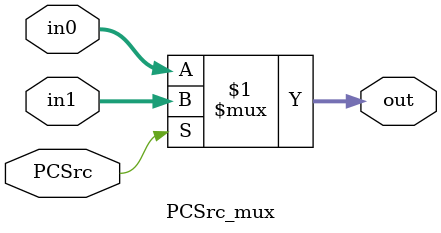
<source format=v>
`timescale 1ns / 1ps

module PCSrc_mux(
input [31:0] in0,
input [31:0] in1,
input PCSrc,
output [31:0] out
);
    assign out = (PCSrc)? in1: in0;
endmodule

</source>
